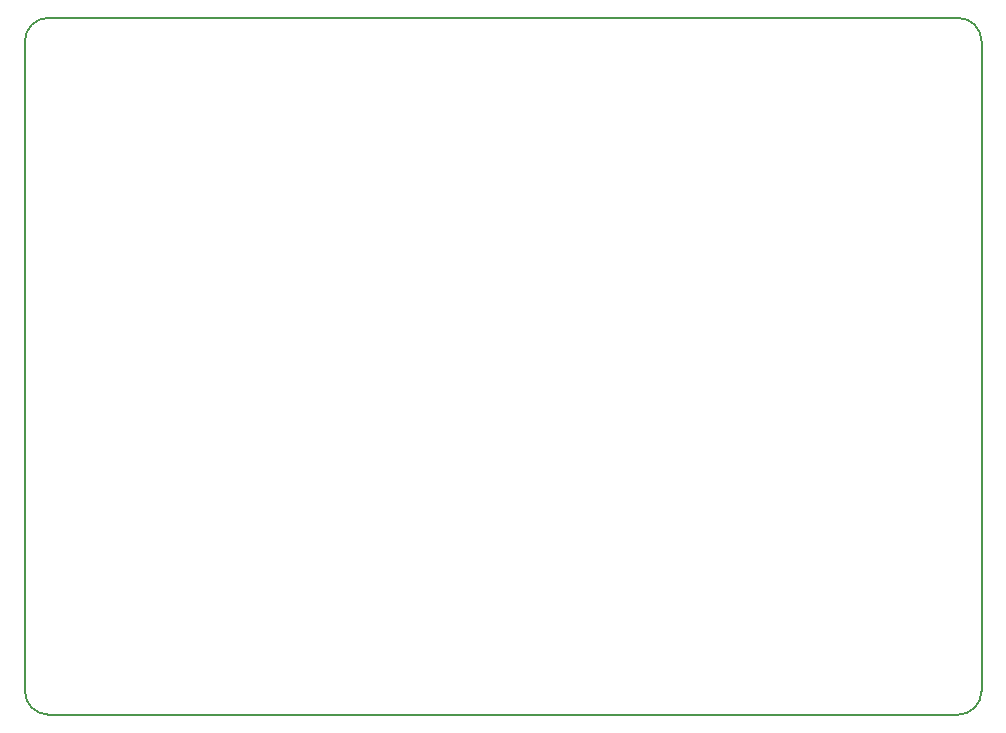
<source format=gbr>
G04 #@! TF.GenerationSoftware,KiCad,Pcbnew,(5.1.6)-1*
G04 #@! TF.CreationDate,2020-06-22T09:20:00-04:00*
G04 #@! TF.ProjectId,alarmbuddy,616c6172-6d62-4756-9464-792e6b696361,rev?*
G04 #@! TF.SameCoordinates,Original*
G04 #@! TF.FileFunction,Profile,NP*
%FSLAX46Y46*%
G04 Gerber Fmt 4.6, Leading zero omitted, Abs format (unit mm)*
G04 Created by KiCad (PCBNEW (5.1.6)-1) date 2020-06-22 09:20:00*
%MOMM*%
%LPD*%
G01*
G04 APERTURE LIST*
G04 #@! TA.AperFunction,Profile*
%ADD10C,0.150000*%
G04 #@! TD*
G04 APERTURE END LIST*
D10*
X25000000Y-32000000D02*
G75*
G02*
X27000000Y-30000000I2000000J0D01*
G01*
X27000000Y-89000000D02*
G75*
G02*
X25000000Y-87000000I0J2000000D01*
G01*
X104000000Y-30000000D02*
G75*
G02*
X106000000Y-32000000I0J-2000000D01*
G01*
X106000000Y-87000000D02*
G75*
G02*
X104000000Y-89000000I-2000000J0D01*
G01*
X25000000Y-87000000D02*
X25000000Y-32000000D01*
X104000000Y-89000000D02*
X27000000Y-89000000D01*
X106000000Y-32000000D02*
X106000000Y-87000000D01*
X27000000Y-30000000D02*
X104000000Y-30000000D01*
M02*

</source>
